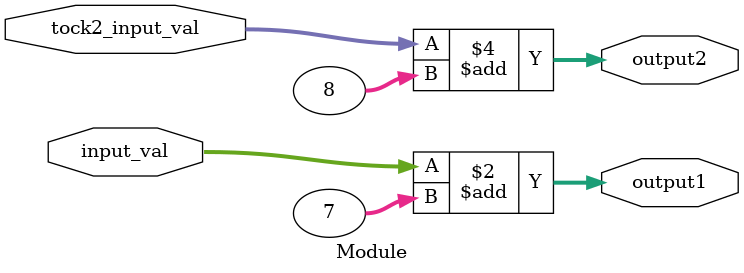
<source format=sv>
`include "metron/tools/metron_tools.sv"


module Module (
  // input signals
  input int input_val,
  // output signals
  output int output1,
  output int output2,
  // tock2() ports
  input int tock2_input_val
);
/*public*/


  always_comb begin : tock1
    output1 = input_val + 7;
  end

  always_comb begin : tock2
    output2 = tock2_input_val + 8;
  end
endmodule

</source>
